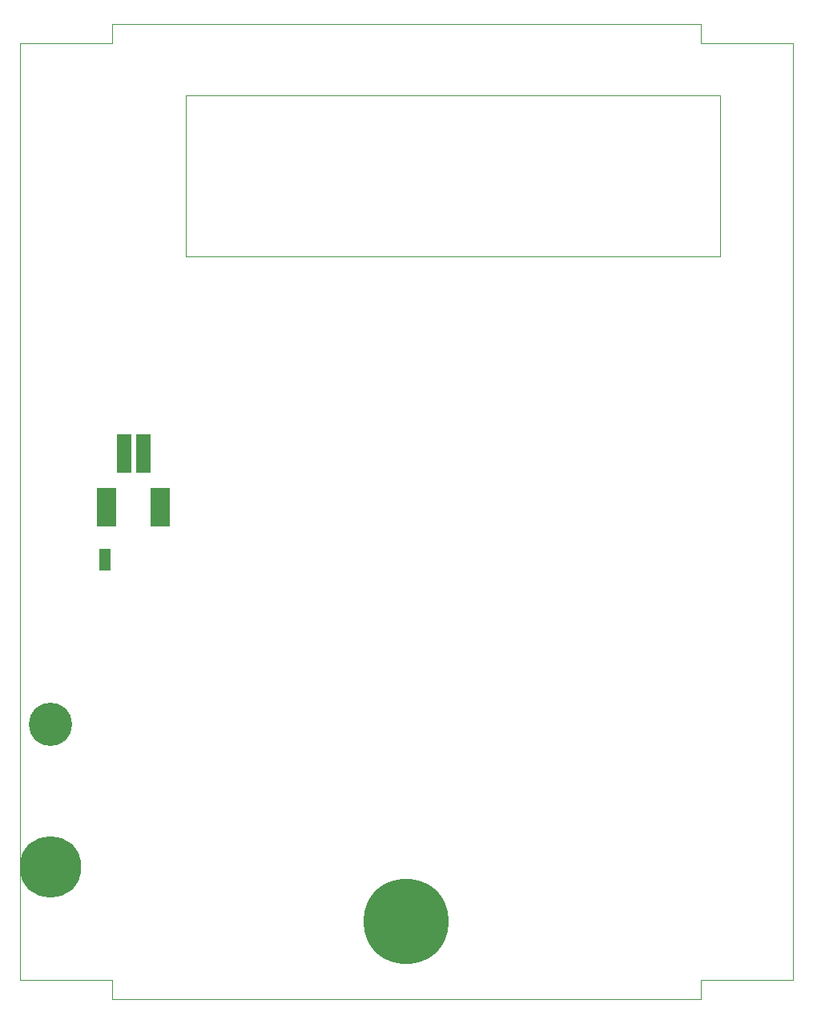
<source format=gbs>
G04 (created by PCBNEW (2013-june-11)-stable) date Sun 22 Dec 2013 12:07:11 AM CST*
%MOIN*%
G04 Gerber Fmt 3.4, Leading zero omitted, Abs format*
%FSLAX34Y34*%
G01*
G70*
G90*
G04 APERTURE LIST*
%ADD10C,0.00590551*%
%ADD11C,0.0039*%
%ADD12C,0.18*%
%ADD13C,0.2562*%
%ADD14R,0.06X0.16*%
%ADD15R,0.08X0.16*%
%ADD16C,0.3546*%
%ADD17R,0.0476X0.0476*%
G04 APERTURE END LIST*
G54D10*
G54D11*
X51731Y-24661D02*
X51731Y-25458D01*
X27233Y-24661D02*
X51731Y-24661D01*
X27233Y-25448D02*
X27233Y-24661D01*
X51729Y-64425D02*
X51729Y-65212D01*
X27233Y-64425D02*
X27233Y-65212D01*
X51729Y-65212D02*
X27233Y-65212D01*
X30284Y-27614D02*
X30284Y-34307D01*
X52528Y-27614D02*
X52528Y-34307D01*
X30284Y-27614D02*
X52528Y-27614D01*
X52528Y-34307D02*
X30284Y-34307D01*
X55571Y-64425D02*
X51729Y-64425D01*
X55571Y-25452D02*
X55571Y-64425D01*
X51729Y-25452D02*
X55571Y-25452D01*
X23394Y-25452D02*
X27233Y-25452D01*
X23394Y-64425D02*
X23394Y-25452D01*
X23394Y-64425D02*
X27233Y-64425D01*
G54D12*
X24654Y-53795D03*
G54D13*
X24654Y-59700D03*
G54D14*
X27718Y-42520D03*
X28518Y-42520D03*
G54D15*
X29238Y-44740D03*
X26998Y-44740D03*
G54D16*
X39481Y-61964D03*
G54D17*
X26937Y-47161D03*
X26937Y-46727D03*
M02*

</source>
